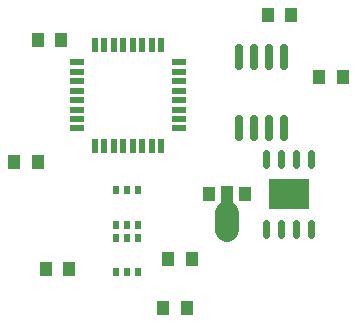
<source format=gbp>
G04 ---------------------------- Layer name :BOTTOM PASTER LAYER*
G04 easyEDA 0.1*
G04 Scale: 100 percent, Rotated: No, Reflected: No *
G04 Dimensions in inches *
G04 leading zeros omitted , absolute positions ,2 integer and 4 * 
%FSLAX24Y24*%
%MOIN*%
G90*
G70D02*

%ADD11C,0.023622*%
%ADD12C,0.027559*%
%ADD13C,0.078740*%
%ADD15R,0.050000X0.022000*%
%ADD16R,0.022000X0.050000*%
%ADD17R,0.137790X0.098425*%
%ADD18R,0.020100X0.031500*%
%ADD19R,0.039370X0.049212*%
%ADD20R,0.039000X0.075000*%
%ADD21R,0.039000X0.047000*%

%LPD*%
G54D11*
G01X10206Y5580D02*
G01X10206Y5187D01*
G01X10706Y5580D02*
G01X10706Y5187D01*
G01X11206Y5580D02*
G01X11206Y5187D01*
G01X11706Y5580D02*
G01X11706Y5187D01*
G01X10206Y3240D02*
G01X10206Y2847D01*
G01X10706Y3240D02*
G01X10706Y2847D01*
G01X11206Y3240D02*
G01X11206Y2847D01*
G01X11706Y3240D02*
G01X11706Y2847D01*
G54D12*
G01X10814Y6702D02*
G01X10814Y6111D01*
G01X10314Y6702D02*
G01X10314Y6111D01*
G01X9814Y6702D02*
G01X9814Y6111D01*
G01X9314Y6702D02*
G01X9314Y6111D01*
G01X10814Y9082D02*
G01X10814Y8491D01*
G01X10314Y9082D02*
G01X10314Y8491D01*
G01X9814Y9082D02*
G01X9814Y8491D01*
G01X9314Y9082D02*
G01X9314Y8491D01*
G54D13*
G01X8900Y3595D02*
G01X8900Y3004D01*
G54D15*
G01X7289Y8600D03*
G01X7289Y8290D03*
G01X7289Y7969D03*
G01X7289Y7659D03*
G01X7289Y7340D03*
G01X7289Y7030D03*
G01X7289Y6709D03*
G01X7289Y6400D03*
G54D16*
G01X6700Y5809D03*
G01X6389Y5809D03*
G01X6069Y5809D03*
G01X5760Y5809D03*
G01X5439Y5809D03*
G01X5130Y5809D03*
G01X4810Y5809D03*
G01X4500Y5809D03*
G54D15*
G01X3909Y6400D03*
G01X3909Y6709D03*
G01X3909Y7030D03*
G01X3909Y7340D03*
G01X3909Y7659D03*
G01X3909Y7969D03*
G01X3909Y8290D03*
G01X3909Y8600D03*
G54D16*
G01X4500Y9190D03*
G01X4810Y9190D03*
G01X5130Y9190D03*
G01X5439Y9190D03*
G01X5760Y9190D03*
G01X6069Y9190D03*
G01X6389Y9190D03*
G01X6700Y9190D03*
G54D17*
G01X10956Y4213D03*
G54D18*
G01X5948Y1609D03*
G01X5578Y1609D03*
G01X5209Y1609D03*
G01X5209Y2748D03*
G01X5578Y2748D03*
G01X5948Y2748D03*
G54D19*
G01X7723Y2038D03*
G01X6935Y2038D03*
G01X7563Y417D03*
G01X6775Y417D03*
G54D18*
G01X5207Y4332D03*
G01X5577Y4332D03*
G01X5947Y4332D03*
G01X5947Y3192D03*
G01X5577Y3192D03*
G01X5207Y3192D03*
G54D19*
G01X3380Y9350D03*
G01X2592Y9350D03*
G01X2603Y5275D03*
G01X1815Y5275D03*
G01X12755Y8125D03*
G01X11967Y8125D03*
G01X2863Y1703D03*
G01X3651Y1703D03*
G54D20*
G01X8900Y4100D03*
G54D21*
G01X8300Y4219D03*
G01X9500Y4219D03*
G54D19*
G01X11042Y10169D03*
G01X10255Y10169D03*

M00*
M02*
</source>
